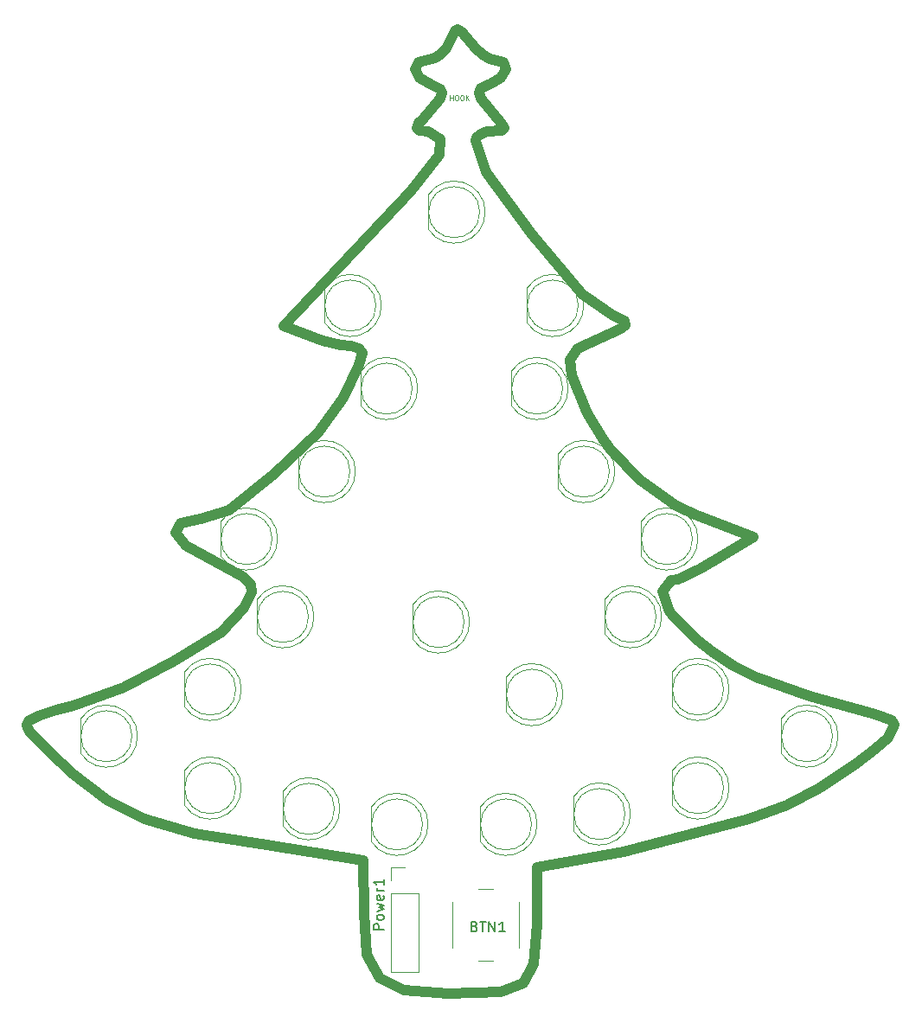
<source format=gbr>
G04 #@! TF.GenerationSoftware,KiCad,Pcbnew,(5.0.0)*
G04 #@! TF.CreationDate,2019-09-06T15:04:35-04:00*
G04 #@! TF.ProjectId,Christmas Tree,4368726973746D617320547265652E6B,rev?*
G04 #@! TF.SameCoordinates,Original*
G04 #@! TF.FileFunction,Legend,Top*
G04 #@! TF.FilePolarity,Positive*
%FSLAX46Y46*%
G04 Gerber Fmt 4.6, Leading zero omitted, Abs format (unit mm)*
G04 Created by KiCad (PCBNEW (5.0.0)) date 09/06/19 15:04:35*
%MOMM*%
%LPD*%
G01*
G04 APERTURE LIST*
%ADD10C,1.000000*%
%ADD11C,0.120000*%
%ADD12C,0.150000*%
%ADD13C,0.125000*%
G04 APERTURE END LIST*
D10*
X123494800Y-139750800D02*
X123799600Y-143814800D01*
X123444000Y-134569200D02*
X123494800Y-139750800D01*
X113487200Y-132994400D02*
X123444000Y-134569200D01*
X106934000Y-131927600D02*
X113487200Y-132994400D01*
X102057200Y-130556000D02*
X106934000Y-131927600D01*
X98450400Y-128778000D02*
X102057200Y-130556000D01*
X94894400Y-126034800D02*
X98450400Y-128778000D01*
X92811600Y-124002800D02*
X94894400Y-126034800D01*
X90881200Y-122021600D02*
X92811600Y-124002800D01*
X90627200Y-121615200D02*
X90881200Y-122021600D01*
X90525600Y-121259600D02*
X90627200Y-121615200D01*
X90678000Y-120954800D02*
X90525600Y-121259600D01*
X90728800Y-120904000D02*
X90678000Y-120954800D01*
X91897200Y-120396000D02*
X90728800Y-120904000D01*
X93370400Y-119888000D02*
X91897200Y-120396000D01*
X95046800Y-119430800D02*
X93370400Y-119888000D01*
X100025200Y-117652800D02*
X95046800Y-119430800D01*
X105003600Y-115062000D02*
X100025200Y-117652800D01*
X109524800Y-112217200D02*
X105003600Y-115062000D01*
X111760000Y-109829600D02*
X109524800Y-112217200D01*
X112522000Y-108356400D02*
X111760000Y-109829600D01*
X112471200Y-107543600D02*
X112522000Y-108356400D01*
X111658400Y-106781600D02*
X112471200Y-107543600D01*
X106121200Y-103784400D02*
X111658400Y-106781600D01*
X105105200Y-102463600D02*
X106121200Y-103784400D01*
X105562400Y-101549200D02*
X105105200Y-102463600D01*
X107492800Y-101142800D02*
X105562400Y-101549200D01*
X110286800Y-100279200D02*
X107492800Y-101142800D01*
X114757200Y-96774000D02*
X110286800Y-100279200D01*
X119075200Y-92659200D02*
X114757200Y-96774000D01*
X121462800Y-89255600D02*
X119075200Y-92659200D01*
X122986800Y-86055200D02*
X121462800Y-89255600D01*
X123342400Y-84886800D02*
X122986800Y-86055200D01*
X123037600Y-84429600D02*
X123342400Y-84886800D01*
X122275600Y-84226400D02*
X123037600Y-84429600D01*
X121259600Y-84124800D02*
X122275600Y-84226400D01*
X119481600Y-83718400D02*
X121259600Y-84124800D01*
X115671600Y-82245200D02*
X119481600Y-83718400D01*
X128117600Y-69037200D02*
X115671600Y-82245200D01*
X130860800Y-65532000D02*
X128117600Y-69037200D01*
X130962400Y-64008000D02*
X130860800Y-65532000D01*
X129794000Y-63195200D02*
X130962400Y-64008000D01*
X128930400Y-63144400D02*
X129794000Y-63195200D01*
X128727200Y-62839600D02*
X128930400Y-63144400D01*
X128879600Y-62382400D02*
X128727200Y-62839600D01*
X129184400Y-62077600D02*
X128879600Y-62382400D01*
X130962400Y-59994800D02*
X129184400Y-62077600D01*
X131165600Y-59436000D02*
X130962400Y-59994800D01*
X130962400Y-59029600D02*
X131165600Y-59436000D01*
X130149600Y-58674000D02*
X130962400Y-59029600D01*
X128930400Y-57962800D02*
X130149600Y-58674000D01*
X128524000Y-57099200D02*
X128930400Y-57962800D01*
X128879600Y-56438800D02*
X128524000Y-57099200D01*
X130454400Y-56032400D02*
X128879600Y-56438800D01*
X131013200Y-55676800D02*
X130454400Y-56032400D01*
X131572000Y-55118000D02*
X131013200Y-55676800D01*
X132384800Y-53390800D02*
X131572000Y-55118000D01*
X132689600Y-53238400D02*
X132384800Y-53390800D01*
X133096000Y-53441600D02*
X132689600Y-53238400D01*
X134467600Y-55118000D02*
X133096000Y-53441600D01*
X135128000Y-55676800D02*
X134467600Y-55118000D01*
X135839200Y-56083200D02*
X135128000Y-55676800D01*
X137160000Y-56438800D02*
X135839200Y-56083200D01*
X137414000Y-57099200D02*
X137160000Y-56438800D01*
X136906000Y-57962800D02*
X137414000Y-57099200D01*
X135890000Y-58572400D02*
X136906000Y-57962800D01*
X134975600Y-58978800D02*
X135890000Y-58572400D01*
X134772400Y-59436000D02*
X134975600Y-58978800D01*
X134975600Y-59994800D02*
X134772400Y-59436000D01*
X137007600Y-62433200D02*
X134975600Y-59994800D01*
X137210800Y-62890400D02*
X137007600Y-62433200D01*
X137007600Y-63093600D02*
X137210800Y-62890400D01*
X135534400Y-63246000D02*
X137007600Y-63093600D01*
X134924800Y-63500000D02*
X135534400Y-63246000D01*
X134569200Y-63804800D02*
X134924800Y-63500000D01*
X134467600Y-64109600D02*
X134569200Y-63804800D01*
X135432800Y-67157600D02*
X134467600Y-64109600D01*
X139954000Y-73253600D02*
X135432800Y-67157600D01*
X144830800Y-79095600D02*
X139954000Y-73253600D01*
X147929600Y-81229200D02*
X144830800Y-79095600D01*
X148996400Y-81737200D02*
X147929600Y-81229200D01*
X149098000Y-82143600D02*
X148996400Y-81737200D01*
X148691600Y-82550000D02*
X149098000Y-82143600D01*
X144475200Y-84429600D02*
X148691600Y-82550000D01*
X143713200Y-85598000D02*
X144475200Y-84429600D01*
X143865600Y-87122000D02*
X143713200Y-85598000D01*
X145389600Y-90779600D02*
X143865600Y-87122000D01*
X147015200Y-93472000D02*
X145389600Y-90779600D01*
X147624800Y-94335600D02*
X147015200Y-93472000D01*
X150520400Y-97332800D02*
X147624800Y-94335600D01*
X154127200Y-99872800D02*
X150520400Y-97332800D01*
X156159200Y-100787200D02*
X154127200Y-99872800D01*
X161645600Y-102920800D02*
X156159200Y-100787200D01*
X158851600Y-104648000D02*
X161645600Y-102920800D01*
X156362400Y-106070400D02*
X158851600Y-104648000D01*
X154279600Y-107086400D02*
X156362400Y-106070400D01*
X153619200Y-107188000D02*
X154279600Y-107086400D01*
X152704800Y-108254800D02*
X153619200Y-107188000D01*
X153416000Y-110236000D02*
X152704800Y-108254800D01*
X153720800Y-110591600D02*
X153416000Y-110236000D01*
X155041600Y-111912400D02*
X153720800Y-110591600D01*
X156108400Y-112979200D02*
X155041600Y-111912400D01*
X157683200Y-114147600D02*
X156108400Y-112979200D01*
X159715200Y-115519200D02*
X157683200Y-114147600D01*
X161848800Y-116636800D02*
X159715200Y-115519200D01*
X167132000Y-118516400D02*
X161848800Y-116636800D01*
X173583600Y-120243600D02*
X167132000Y-118516400D01*
X175158400Y-120904000D02*
X173583600Y-120243600D01*
X175463200Y-121259600D02*
X175158400Y-120904000D01*
X174853600Y-122580400D02*
X175463200Y-121259600D01*
X173532800Y-123647200D02*
X174853600Y-122580400D01*
X171704000Y-125069600D02*
X173532800Y-123647200D01*
X168148000Y-127508000D02*
X171704000Y-125069600D01*
X164947600Y-129184400D02*
X168148000Y-127508000D01*
X161188400Y-130556000D02*
X164947600Y-129184400D01*
X148894800Y-133756400D02*
X161188400Y-130556000D01*
X140462000Y-135280400D02*
X148894800Y-133756400D01*
X140462000Y-140868400D02*
X140462000Y-135280400D01*
X140157200Y-144780000D02*
X140462000Y-140868400D01*
X139090400Y-146608800D02*
X140157200Y-144780000D01*
X136906000Y-147472400D02*
X139090400Y-146608800D01*
X131775200Y-147624800D02*
X136906000Y-147472400D01*
X127406400Y-147269200D02*
X131775200Y-147624800D01*
X125069600Y-146100800D02*
X127406400Y-147269200D01*
X123799600Y-143814800D02*
X125069600Y-146100800D01*
D11*
G04 #@! TO.C,BTN1*
X132168000Y-138668000D02*
X132168000Y-143168000D01*
X136168000Y-137418000D02*
X134668000Y-137418000D01*
X138668000Y-143168000D02*
X138668000Y-138668000D01*
X134668000Y-144418000D02*
X136168000Y-144418000D01*
G04 #@! TO.C,D1*
X129785999Y-131065958D02*
G75*
G03X124186000Y-129424488I-3039999J1958D01*
G01*
X129785999Y-131062042D02*
G75*
G02X124186000Y-132703512I-3039999J-1958D01*
G01*
X129246000Y-131064000D02*
G75*
G03X129246000Y-131064000I-2500000J0D01*
G01*
X124186000Y-129424000D02*
X124186000Y-132704000D01*
G04 #@! TO.C,D2*
X115550000Y-127900000D02*
X115550000Y-131180000D01*
X120610000Y-129540000D02*
G75*
G03X120610000Y-129540000I-2500000J0D01*
G01*
X121149999Y-129538042D02*
G75*
G02X115550000Y-131179512I-3039999J-1958D01*
G01*
X121149999Y-129541958D02*
G75*
G03X115550000Y-127900488I-3039999J1958D01*
G01*
G04 #@! TO.C,D3*
X111497999Y-127509958D02*
G75*
G03X105898000Y-125868488I-3039999J1958D01*
G01*
X111497999Y-127506042D02*
G75*
G02X105898000Y-129147512I-3039999J-1958D01*
G01*
X110958000Y-127508000D02*
G75*
G03X110958000Y-127508000I-2500000J0D01*
G01*
X105898000Y-125868000D02*
X105898000Y-129148000D01*
G04 #@! TO.C,D4*
X95738000Y-120788000D02*
X95738000Y-124068000D01*
X100798000Y-122428000D02*
G75*
G03X100798000Y-122428000I-2500000J0D01*
G01*
X101337999Y-122426042D02*
G75*
G02X95738000Y-124067512I-3039999J-1958D01*
G01*
X101337999Y-122429958D02*
G75*
G03X95738000Y-120788488I-3039999J1958D01*
G01*
G04 #@! TO.C,D5*
X111497999Y-117857958D02*
G75*
G03X105898000Y-116216488I-3039999J1958D01*
G01*
X111497999Y-117854042D02*
G75*
G02X105898000Y-119495512I-3039999J-1958D01*
G01*
X110958000Y-117856000D02*
G75*
G03X110958000Y-117856000I-2500000J0D01*
G01*
X105898000Y-116216000D02*
X105898000Y-119496000D01*
G04 #@! TO.C,D6*
X113010000Y-109104000D02*
X113010000Y-112384000D01*
X118070000Y-110744000D02*
G75*
G03X118070000Y-110744000I-2500000J0D01*
G01*
X118609999Y-110742042D02*
G75*
G02X113010000Y-112383512I-3039999J-1958D01*
G01*
X118609999Y-110745958D02*
G75*
G03X113010000Y-109104488I-3039999J1958D01*
G01*
G04 #@! TO.C,D7*
X115053999Y-103125958D02*
G75*
G03X109454000Y-101484488I-3039999J1958D01*
G01*
X115053999Y-103122042D02*
G75*
G02X109454000Y-104763512I-3039999J-1958D01*
G01*
X114514000Y-103124000D02*
G75*
G03X114514000Y-103124000I-2500000J0D01*
G01*
X109454000Y-101484000D02*
X109454000Y-104764000D01*
G04 #@! TO.C,D8*
X117074000Y-94880000D02*
X117074000Y-98160000D01*
X122134000Y-96520000D02*
G75*
G03X122134000Y-96520000I-2500000J0D01*
G01*
X122673999Y-96518042D02*
G75*
G02X117074000Y-98159512I-3039999J-1958D01*
G01*
X122673999Y-96521958D02*
G75*
G03X117074000Y-94880488I-3039999J1958D01*
G01*
G04 #@! TO.C,D9*
X128769999Y-88393958D02*
G75*
G03X123170000Y-86752488I-3039999J1958D01*
G01*
X128769999Y-88390042D02*
G75*
G02X123170000Y-90031512I-3039999J-1958D01*
G01*
X128230000Y-88392000D02*
G75*
G03X128230000Y-88392000I-2500000J0D01*
G01*
X123170000Y-86752000D02*
X123170000Y-90032000D01*
G04 #@! TO.C,D10*
X125213999Y-80265958D02*
G75*
G03X119614000Y-78624488I-3039999J1958D01*
G01*
X125213999Y-80262042D02*
G75*
G02X119614000Y-81903512I-3039999J-1958D01*
G01*
X124674000Y-80264000D02*
G75*
G03X124674000Y-80264000I-2500000J0D01*
G01*
X119614000Y-78624000D02*
X119614000Y-81904000D01*
G04 #@! TO.C,D11*
X129774000Y-69480000D02*
X129774000Y-72760000D01*
X134834000Y-71120000D02*
G75*
G03X134834000Y-71120000I-2500000J0D01*
G01*
X135373999Y-71118042D02*
G75*
G02X129774000Y-72759512I-3039999J-1958D01*
G01*
X135373999Y-71121958D02*
G75*
G03X129774000Y-69480488I-3039999J1958D01*
G01*
G04 #@! TO.C,D12*
X145025999Y-80265958D02*
G75*
G03X139426000Y-78624488I-3039999J1958D01*
G01*
X145025999Y-80262042D02*
G75*
G02X139426000Y-81903512I-3039999J-1958D01*
G01*
X144486000Y-80264000D02*
G75*
G03X144486000Y-80264000I-2500000J0D01*
G01*
X139426000Y-78624000D02*
X139426000Y-81904000D01*
G04 #@! TO.C,D13*
X137902000Y-86752000D02*
X137902000Y-90032000D01*
X142962000Y-88392000D02*
G75*
G03X142962000Y-88392000I-2500000J0D01*
G01*
X143501999Y-88390042D02*
G75*
G02X137902000Y-90031512I-3039999J-1958D01*
G01*
X143501999Y-88393958D02*
G75*
G03X137902000Y-86752488I-3039999J1958D01*
G01*
G04 #@! TO.C,D14*
X148073999Y-96521958D02*
G75*
G03X142474000Y-94880488I-3039999J1958D01*
G01*
X148073999Y-96518042D02*
G75*
G02X142474000Y-98159512I-3039999J-1958D01*
G01*
X147534000Y-96520000D02*
G75*
G03X147534000Y-96520000I-2500000J0D01*
G01*
X142474000Y-94880000D02*
X142474000Y-98160000D01*
G04 #@! TO.C,D15*
X150602000Y-101484000D02*
X150602000Y-104764000D01*
X155662000Y-103124000D02*
G75*
G03X155662000Y-103124000I-2500000J0D01*
G01*
X156201999Y-103122042D02*
G75*
G02X150602000Y-104763512I-3039999J-1958D01*
G01*
X156201999Y-103125958D02*
G75*
G03X150602000Y-101484488I-3039999J1958D01*
G01*
G04 #@! TO.C,D16*
X152645999Y-110745958D02*
G75*
G03X147046000Y-109104488I-3039999J1958D01*
G01*
X152645999Y-110742042D02*
G75*
G02X147046000Y-112383512I-3039999J-1958D01*
G01*
X152106000Y-110744000D02*
G75*
G03X152106000Y-110744000I-2500000J0D01*
G01*
X147046000Y-109104000D02*
X147046000Y-112384000D01*
G04 #@! TO.C,D17*
X153650000Y-116216000D02*
X153650000Y-119496000D01*
X158710000Y-117856000D02*
G75*
G03X158710000Y-117856000I-2500000J0D01*
G01*
X159249999Y-117854042D02*
G75*
G02X153650000Y-119495512I-3039999J-1958D01*
G01*
X159249999Y-117857958D02*
G75*
G03X153650000Y-116216488I-3039999J1958D01*
G01*
G04 #@! TO.C,D18*
X169917999Y-122429958D02*
G75*
G03X164318000Y-120788488I-3039999J1958D01*
G01*
X169917999Y-122426042D02*
G75*
G02X164318000Y-124067512I-3039999J-1958D01*
G01*
X169378000Y-122428000D02*
G75*
G03X169378000Y-122428000I-2500000J0D01*
G01*
X164318000Y-120788000D02*
X164318000Y-124068000D01*
G04 #@! TO.C,D19*
X153650000Y-125868000D02*
X153650000Y-129148000D01*
X158710000Y-127508000D02*
G75*
G03X158710000Y-127508000I-2500000J0D01*
G01*
X159249999Y-127506042D02*
G75*
G02X153650000Y-129147512I-3039999J-1958D01*
G01*
X159249999Y-127509958D02*
G75*
G03X153650000Y-125868488I-3039999J1958D01*
G01*
G04 #@! TO.C,D20*
X149597999Y-130049958D02*
G75*
G03X143998000Y-128408488I-3039999J1958D01*
G01*
X149597999Y-130046042D02*
G75*
G02X143998000Y-131687512I-3039999J-1958D01*
G01*
X149058000Y-130048000D02*
G75*
G03X149058000Y-130048000I-2500000J0D01*
G01*
X143998000Y-128408000D02*
X143998000Y-131688000D01*
G04 #@! TO.C,D21*
X134854000Y-129424000D02*
X134854000Y-132704000D01*
X139914000Y-131064000D02*
G75*
G03X139914000Y-131064000I-2500000J0D01*
G01*
X140453999Y-131062042D02*
G75*
G02X134854000Y-132703512I-3039999J-1958D01*
G01*
X140453999Y-131065958D02*
G75*
G03X134854000Y-129424488I-3039999J1958D01*
G01*
G04 #@! TO.C,D22*
X137394000Y-116724000D02*
X137394000Y-120004000D01*
X142454000Y-118364000D02*
G75*
G03X142454000Y-118364000I-2500000J0D01*
G01*
X142993999Y-118362042D02*
G75*
G02X137394000Y-120003512I-3039999J-1958D01*
G01*
X142993999Y-118365958D02*
G75*
G03X137394000Y-116724488I-3039999J1958D01*
G01*
G04 #@! TO.C,D23*
X133849999Y-111253958D02*
G75*
G03X128250000Y-109612488I-3039999J1958D01*
G01*
X133849999Y-111250042D02*
G75*
G02X128250000Y-112891512I-3039999J-1958D01*
G01*
X133310000Y-111252000D02*
G75*
G03X133310000Y-111252000I-2500000J0D01*
G01*
X128250000Y-109612000D02*
X128250000Y-112892000D01*
G04 #@! TO.C,Power1*
X126170000Y-135250000D02*
X127500000Y-135250000D01*
X126170000Y-136580000D02*
X126170000Y-135250000D01*
X126170000Y-137850000D02*
X128830000Y-137850000D01*
X128830000Y-137850000D02*
X128830000Y-145530000D01*
X126170000Y-137850000D02*
X126170000Y-145530000D01*
X126170000Y-145530000D02*
X128830000Y-145530000D01*
G04 #@! TO.C,BTN1*
D12*
X134326476Y-141048571D02*
X134469333Y-141096190D01*
X134516952Y-141143809D01*
X134564571Y-141239047D01*
X134564571Y-141381904D01*
X134516952Y-141477142D01*
X134469333Y-141524761D01*
X134374095Y-141572380D01*
X133993142Y-141572380D01*
X133993142Y-140572380D01*
X134326476Y-140572380D01*
X134421714Y-140620000D01*
X134469333Y-140667619D01*
X134516952Y-140762857D01*
X134516952Y-140858095D01*
X134469333Y-140953333D01*
X134421714Y-141000952D01*
X134326476Y-141048571D01*
X133993142Y-141048571D01*
X134850285Y-140572380D02*
X135421714Y-140572380D01*
X135136000Y-141572380D02*
X135136000Y-140572380D01*
X135755047Y-141572380D02*
X135755047Y-140572380D01*
X136326476Y-141572380D01*
X136326476Y-140572380D01*
X137326476Y-141572380D02*
X136755047Y-141572380D01*
X137040761Y-141572380D02*
X137040761Y-140572380D01*
X136945523Y-140715238D01*
X136850285Y-140810476D01*
X136755047Y-140858095D01*
G04 #@! TO.C,HOOK*
D13*
X131925333Y-60170190D02*
X131925333Y-59670190D01*
X131925333Y-59908285D02*
X132211047Y-59908285D01*
X132211047Y-60170190D02*
X132211047Y-59670190D01*
X132544380Y-59670190D02*
X132639619Y-59670190D01*
X132687238Y-59694000D01*
X132734857Y-59741619D01*
X132758666Y-59836857D01*
X132758666Y-60003523D01*
X132734857Y-60098761D01*
X132687238Y-60146380D01*
X132639619Y-60170190D01*
X132544380Y-60170190D01*
X132496761Y-60146380D01*
X132449142Y-60098761D01*
X132425333Y-60003523D01*
X132425333Y-59836857D01*
X132449142Y-59741619D01*
X132496761Y-59694000D01*
X132544380Y-59670190D01*
X133068190Y-59670190D02*
X133163428Y-59670190D01*
X133211047Y-59694000D01*
X133258666Y-59741619D01*
X133282476Y-59836857D01*
X133282476Y-60003523D01*
X133258666Y-60098761D01*
X133211047Y-60146380D01*
X133163428Y-60170190D01*
X133068190Y-60170190D01*
X133020571Y-60146380D01*
X132972952Y-60098761D01*
X132949142Y-60003523D01*
X132949142Y-59836857D01*
X132972952Y-59741619D01*
X133020571Y-59694000D01*
X133068190Y-59670190D01*
X133496761Y-60170190D02*
X133496761Y-59670190D01*
X133782476Y-60170190D02*
X133568190Y-59884476D01*
X133782476Y-59670190D02*
X133496761Y-59955904D01*
G04 #@! TO.C,Power1*
D12*
X125432380Y-141372380D02*
X124432380Y-141372380D01*
X124432380Y-140991428D01*
X124480000Y-140896190D01*
X124527619Y-140848571D01*
X124622857Y-140800952D01*
X124765714Y-140800952D01*
X124860952Y-140848571D01*
X124908571Y-140896190D01*
X124956190Y-140991428D01*
X124956190Y-141372380D01*
X125432380Y-140229523D02*
X125384761Y-140324761D01*
X125337142Y-140372380D01*
X125241904Y-140420000D01*
X124956190Y-140420000D01*
X124860952Y-140372380D01*
X124813333Y-140324761D01*
X124765714Y-140229523D01*
X124765714Y-140086666D01*
X124813333Y-139991428D01*
X124860952Y-139943809D01*
X124956190Y-139896190D01*
X125241904Y-139896190D01*
X125337142Y-139943809D01*
X125384761Y-139991428D01*
X125432380Y-140086666D01*
X125432380Y-140229523D01*
X124765714Y-139562857D02*
X125432380Y-139372380D01*
X124956190Y-139181904D01*
X125432380Y-138991428D01*
X124765714Y-138800952D01*
X125384761Y-138039047D02*
X125432380Y-138134285D01*
X125432380Y-138324761D01*
X125384761Y-138420000D01*
X125289523Y-138467619D01*
X124908571Y-138467619D01*
X124813333Y-138420000D01*
X124765714Y-138324761D01*
X124765714Y-138134285D01*
X124813333Y-138039047D01*
X124908571Y-137991428D01*
X125003809Y-137991428D01*
X125099047Y-138467619D01*
X125432380Y-137562857D02*
X124765714Y-137562857D01*
X124956190Y-137562857D02*
X124860952Y-137515238D01*
X124813333Y-137467619D01*
X124765714Y-137372380D01*
X124765714Y-137277142D01*
X125432380Y-136420000D02*
X125432380Y-136991428D01*
X125432380Y-136705714D02*
X124432380Y-136705714D01*
X124575238Y-136800952D01*
X124670476Y-136896190D01*
X124718095Y-136991428D01*
G04 #@! TD*
M02*

</source>
